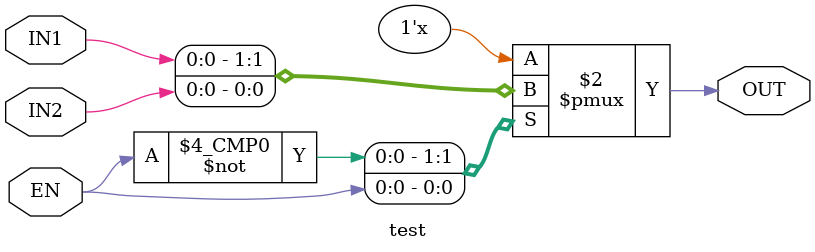
<source format=v>
module test(input IN1, IN2, input EN, output reg OUT);
always @(IN1 or IN2 or EN) 
	case (EN)
		0: OUT = IN1;
		1: OUT = IN2;
	endcase	

endmodule	

</source>
